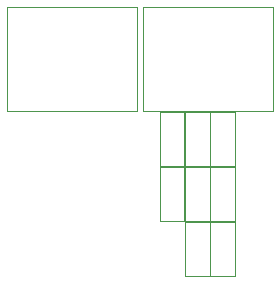
<source format=gbr>
%TF.GenerationSoftware,KiCad,Pcbnew,(6.0.7-1)-1*%
%TF.CreationDate,2023-10-29T11:35:46+10:00*%
%TF.ProjectId,HYD ISO Panel PCB V2,48594420-4953-44f2-9050-616e656c2050,rev?*%
%TF.SameCoordinates,Original*%
%TF.FileFunction,Other,User*%
%FSLAX46Y46*%
G04 Gerber Fmt 4.6, Leading zero omitted, Abs format (unit mm)*
G04 Created by KiCad (PCBNEW (6.0.7-1)-1) date 2023-10-29 11:35:46*
%MOMM*%
%LPD*%
G01*
G04 APERTURE LIST*
%ADD10C,0.050000*%
G04 APERTURE END LIST*
D10*
%TO.C,J2*%
X109125000Y-60634000D02*
X120135000Y-60634000D01*
X120135000Y-69414000D02*
X109125000Y-69414000D01*
X109125000Y-69414000D02*
X109125000Y-60634000D01*
X120135000Y-60634000D02*
X120135000Y-69414000D01*
%TO.C,J1*%
X97619000Y-60634000D02*
X108629000Y-60634000D01*
X108629000Y-69414000D02*
X97619000Y-69414000D01*
X97619000Y-69414000D02*
X97619000Y-60634000D01*
X108629000Y-60634000D02*
X108629000Y-69414000D01*
%TO.C,R1*%
X116950000Y-69530000D02*
X116950000Y-74070000D01*
X116950000Y-74070000D02*
X114850000Y-74070000D01*
X114850000Y-74070000D02*
X114850000Y-69530000D01*
X114850000Y-69530000D02*
X116950000Y-69530000D01*
%TO.C,R5*%
X114850000Y-78850000D02*
X116950000Y-78850000D01*
X116950000Y-78850000D02*
X116950000Y-83390000D01*
X114850000Y-83390000D02*
X114850000Y-78850000D01*
X116950000Y-83390000D02*
X114850000Y-83390000D01*
%TO.C,R6*%
X116950000Y-78720000D02*
X114850000Y-78720000D01*
X116950000Y-74180000D02*
X116950000Y-78720000D01*
X114850000Y-74180000D02*
X116950000Y-74180000D01*
X114850000Y-78720000D02*
X114850000Y-74180000D01*
%TO.C,R2*%
X112700000Y-83390000D02*
X112700000Y-78850000D01*
X114800000Y-83390000D02*
X112700000Y-83390000D01*
X114800000Y-78850000D02*
X114800000Y-83390000D01*
X112700000Y-78850000D02*
X114800000Y-78850000D01*
%TO.C,R3*%
X110550000Y-69530000D02*
X112650000Y-69530000D01*
X112650000Y-69530000D02*
X112650000Y-74070000D01*
X110550000Y-74070000D02*
X110550000Y-69530000D01*
X112650000Y-74070000D02*
X110550000Y-74070000D01*
%TO.C,R8*%
X112700000Y-78720000D02*
X112700000Y-74180000D01*
X112700000Y-74180000D02*
X114800000Y-74180000D01*
X114800000Y-78720000D02*
X112700000Y-78720000D01*
X114800000Y-74180000D02*
X114800000Y-78720000D01*
%TO.C,R4*%
X110550000Y-74180000D02*
X112650000Y-74180000D01*
X112650000Y-74180000D02*
X112650000Y-78720000D01*
X112650000Y-78720000D02*
X110550000Y-78720000D01*
X110550000Y-78720000D02*
X110550000Y-74180000D01*
%TO.C,R7*%
X114800000Y-74070000D02*
X112700000Y-74070000D01*
X112700000Y-69530000D02*
X114800000Y-69530000D01*
X112700000Y-74070000D02*
X112700000Y-69530000D01*
X114800000Y-69530000D02*
X114800000Y-74070000D01*
%TD*%
M02*

</source>
